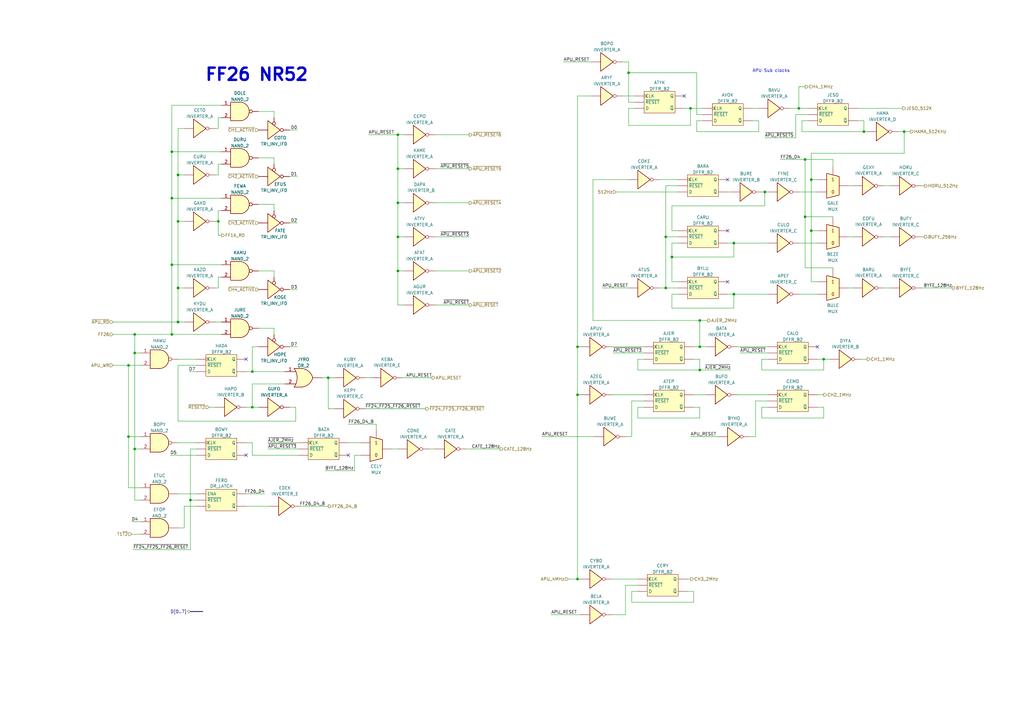
<source format=kicad_sch>
(kicad_sch (version 20230121) (generator eeschema)
  (paper "A3")
  (title_block (title "DMG-CPU B") (date "2023-06-18") (rev "0.6") (company "CC-BY-SA-4.0 Régis Galland & Michael Singer -- Derived work from Furrtek") (comment 1 "https://github.com/msinger/dmg-schematics"))
  (lib_symbols
    (symbol "DMG_CPU_Cells:AND_2" (pin_names hide)
      (property "Reference" "U" (at 0 5.08 0))
      (property "Value" "AND_2" (at 0 -5.08 0))
      (symbol "AND_2_1_1"
        (arc (start 0 -3.81) (mid 3.7825 0) (end 0 3.81) (stroke (width 0.254)) (fill (type background)))
        (polyline (pts (xy 0 3.81) (xy -3.81 3.81) (xy -3.81 -3.81) (xy 0 -3.81)) (stroke (width 0.254)) (fill (type background)))
        (pin input line (at -7.62 2.54 0) (length 3.81) (name "~") (number "1"))
        (pin input line (at -7.62 -2.54 0) (length 3.81) (name "~") (number "2"))
        (pin output line (at 7.62 0 180) (length 3.81) (name "~") (number "3"))
      )
    )
    (symbol "DMG_CPU_Cells:DFFR_B2" (pin_numbers hide)
      (property "Reference" "U" (at 0 5.715 0))
      (property "Value" "DFFR_B2" (at 0 -5.715 0))
      (symbol "DFFR_B2_0_1"
        (rectangle (start -6.35 4.445) (end 6.35 -4.445) (fill (type background)))
      )
      (symbol "DFFR_B2_1_1"
        (pin input clock (at -10.16 2.54 0) (length 3.81) (name "CLK") (number "1"))
        (pin input line (at -10.16 0 0) (length 3.81) (name "~{RESET}") (number "2"))
        (pin input line (at -10.16 -2.54 0) (length 3.81) (name "D") (number "3"))
        (pin input line (at -10.16 0 0) (length 3.81) hide (name "~{RESET}") (number "4"))
        (pin output line (at 10.16 -2.54 180) (length 3.81) (name "~{Q}") (number "5"))
        (pin output line (at 10.16 2.54 180) (length 3.81) (name "Q") (number "6"))
      )
    )
    (symbol "DMG_CPU_Cells:DR_LATCH" (pin_numbers hide)
      (property "Reference" "U" (at 0 5.715 0))
      (property "Value" "DR_LATCH" (at 0 -5.715 0))
      (symbol "DR_LATCH_0_1"
        (rectangle (start -6.35 4.445) (end 6.35 -4.445) (fill (type background)))
      )
      (symbol "DR_LATCH_1_1"
        (pin input line (at -10.16 2.54 0) (length 3.81) hide (name "~{ENA}") (number "1"))
        (pin input line (at -10.16 -2.54 0) (length 3.81) (name "D") (number "2"))
        (pin input line (at -10.16 2.54 0) (length 3.81) (name "ENA") (number "3"))
        (pin input line (at -10.16 0 0) (length 3.81) (name "~{RESET}") (number "4"))
        (pin output line (at 10.16 2.54 180) (length 3.81) (name "Q") (number "5"))
        (pin output line (at 10.16 -2.54 180) (length 3.81) (name "~{Q}") (number "6"))
      )
    )
    (symbol "DMG_CPU_Cells:INVERTER_A" (pin_numbers hide) (pin_names hide)
      (property "Reference" "U?" (at 0 5.08 0))
      (property "Value" "INVERTER_A" (at 0 -5.08 0))
      (symbol "INVERTER_A_1_0"
        (polyline (pts (xy -2.54 3.81) (xy -2.54 -3.81) (xy 2.54 0) (xy -2.54 3.81)) (stroke (width 0.254)) (fill (type background)))
        (pin input line (at -6.35 0 0) (length 3.81) (name "~") (number "1"))
        (pin output inverted (at 6.35 0 180) (length 3.81) (name "~") (number "2"))
      )
    )
    (symbol "DMG_CPU_Cells:INVERTER_B" (pin_numbers hide) (pin_names hide)
      (property "Reference" "U?" (at 0 5.08 0))
      (property "Value" "INVERTER_B" (at 0 -5.08 0))
      (symbol "INVERTER_B_1_0"
        (polyline (pts (xy -2.54 3.81) (xy -2.54 -3.81) (xy 2.54 0) (xy -2.54 3.81)) (stroke (width 0.254)) (fill (type background)))
        (pin input line (at -6.35 0 0) (length 3.81) (name "~") (number "1"))
        (pin output inverted (at 6.35 0 180) (length 3.81) (name "~") (number "2"))
      )
    )
    (symbol "DMG_CPU_Cells:INVERTER_C" (pin_numbers hide) (pin_names hide)
      (property "Reference" "U?" (at 0 5.08 0))
      (property "Value" "INVERTER_C" (at 0 -5.08 0))
      (symbol "INVERTER_C_1_0"
        (polyline (pts (xy -2.54 3.81) (xy -2.54 -3.81) (xy 2.54 0) (xy -2.54 3.81)) (stroke (width 0.254)) (fill (type background)))
        (pin input line (at -6.35 0 0) (length 3.81) (name "~") (number "1"))
        (pin output inverted (at 6.35 0 180) (length 3.81) (name "~") (number "2"))
      )
    )
    (symbol "DMG_CPU_Cells:INVERTER_D" (pin_numbers hide) (pin_names hide)
      (property "Reference" "U?" (at 0 5.08 0))
      (property "Value" "INVERTER_D" (at 0 -5.08 0))
      (symbol "INVERTER_D_1_0"
        (polyline (pts (xy -2.54 3.81) (xy -2.54 -3.81) (xy 2.54 0) (xy -2.54 3.81)) (stroke (width 0.254)) (fill (type background)))
        (pin input line (at -6.35 0 0) (length 3.81) (name "~") (number "1"))
        (pin output inverted (at 6.35 0 180) (length 3.81) (name "~") (number "2"))
      )
    )
    (symbol "DMG_CPU_Cells:INVERTER_E" (pin_numbers hide) (pin_names hide)
      (property "Reference" "U?" (at 0 5.08 0))
      (property "Value" "INVERTER_E" (at 0 -5.08 0))
      (symbol "INVERTER_E_1_0"
        (polyline (pts (xy -2.54 3.81) (xy -2.54 -3.81) (xy 2.54 0) (xy -2.54 3.81)) (stroke (width 0.254)) (fill (type background)))
        (pin input line (at -6.35 0 0) (length 3.81) (name "~") (number "1"))
        (pin output inverted (at 6.35 0 180) (length 3.81) (name "~") (number "2"))
      )
    )
    (symbol "DMG_CPU_Cells:MUX" (pin_numbers hide) (pin_names (offset 0))
      (property "Reference" "U" (at 0 -6.985 0))
      (property "Value" "MUX" (at 0 -9.525 0))
      (symbol "MUX_0_0"
        (text "0" (at 0 -2.54 0) (effects (font (size 1.27 1.27))))
        (text "1" (at 0 2.54 0) (effects (font (size 1.27 1.27))))
      )
      (symbol "MUX_0_1"
        (polyline (pts (xy -2.54 -5.08) (xy -2.54 5.08) (xy 2.54 3.81) (xy 2.54 -3.81) (xy -2.54 -5.08)) (stroke (width 0.254)) (fill (type background)))
      )
      (symbol "MUX_1_1"
        (pin input line (at 0 7.62 270) (length 3.17) (name "~") (number "1"))
        (pin input line (at -6.35 2.54 0) (length 3.81) (name "~") (number "2"))
        (pin input line (at -6.35 -2.54 0) (length 3.81) (name "~") (number "3"))
        (pin output line (at 6.35 0 180) (length 3.81) (name "~") (number "4"))
      )
    )
    (symbol "DMG_CPU_Cells:NAND_2" (pin_names hide)
      (property "Reference" "U" (at 0 5.08 0))
      (property "Value" "NAND_2" (at 0 -5.08 0))
      (symbol "NAND_2_1_1"
        (arc (start 0 -3.81) (mid 3.7825 0) (end 0 3.81) (stroke (width 0.254)) (fill (type background)))
        (polyline (pts (xy 0 3.81) (xy -3.81 3.81) (xy -3.81 -3.81) (xy 0 -3.81)) (stroke (width 0.254)) (fill (type background)))
        (pin input line (at -7.62 2.54 0) (length 3.81) (name "~") (number "1"))
        (pin input line (at -7.62 -2.54 0) (length 3.81) (name "~") (number "2"))
        (pin output inverted (at 7.62 0 180) (length 3.81) (name "~") (number "3"))
      )
    )
    (symbol "DMG_CPU_Cells:OR_2" (pin_names hide)
      (property "Reference" "U" (at 0 5.08 0))
      (property "Value" "OR_2" (at 0 -5.08 0))
      (symbol "OR_2_1_1"
        (arc (start -3.8102 -3.81) (mid -2.5892 0) (end -3.8102 3.81) (stroke (width 0.254)))
        (arc (start -0.6098 -3.81) (mid 2.1853 -2.584) (end 3.8098 0) (stroke (width 0.254)) (fill (type background)))
        (polyline (pts (xy -3.8102 -3.81) (xy -0.6352 -3.81)) (stroke (width 0.254)) (fill (type background)))
        (polyline (pts (xy -3.8102 3.81) (xy -0.6352 3.81)) (stroke (width 0.254)) (fill (type background)))
        (polyline (pts (xy -0.6352 3.81) (xy -3.8102 3.81) (xy -3.8102 3.81) (xy -3.5562 3.4036) (xy -3.0228 2.2606) (xy -2.6926 1.0414) (xy -2.6164 -0.254) (xy -2.7688 -1.4986) (xy -3.1752 -2.7178) (xy -3.8102 -3.81) (xy -3.8102 -3.81) (xy -0.6352 -3.81)) (stroke (width -25.4)) (fill (type background)))
        (arc (start 3.8098 0) (mid 2.1926 2.5925) (end -0.6098 3.81) (stroke (width 0.254)) (fill (type background)))
        (pin input line (at -7.62 2.54 0) (length 4.4) (name "~") (number "1"))
        (pin input line (at -7.62 -2.54 0) (length 4.4) (name "~") (number "2"))
        (pin output line (at 7.62 0 180) (length 3.81) (name "~") (number "3"))
      )
    )
    (symbol "DMG_CPU_Cells:TRI_INV_IF0" (pin_numbers hide) (pin_names hide)
      (property "Reference" "U?" (at 0 -5.08 0))
      (property "Value" "TRI_INV_IF0" (at 0 -7.62 0))
      (symbol "TRI_INV_IF0_1_0"
        (polyline (pts (xy -2.54 3.81) (xy -2.54 -3.81) (xy 2.54 0) (xy -2.54 3.81)) (stroke (width 0.254)) (fill (type background)))
        (pin input line (at -6.35 0 0) (length 3.81) (name "~") (number "2"))
        (pin tri_state inverted (at 6.35 0 180) (length 3.81) (name "~") (number "3"))
      )
      (symbol "TRI_INV_IF0_1_1"
        (pin input inverted (at 0 5.08 270) (length 3) (name "~{ENA}") (number "1"))
      )
    )
  )
  (junction (at 300.99 99.695))
  (junction (at 236.855 142.24))
  (junction (at 275.59 105.41))
  (junction (at 163.195 111.125))
  (junction (at 354.33 53.975))
  (junction (at 163.195 83.185))
  (junction (at 78.105 205.105))
  (junction (at 70.485 81.28))
  (junction (at 287.02 151.765))
  (junction (at 273.05 118.11))
  (junction (at 300.99 120.65))
  (junction (at 89.535 90.805))
  (junction (at 236.855 161.925))
  (junction (at 73.025 71.755))
  (junction (at 332.74 94.615))
  (junction (at 70.485 108.585))
  (junction (at 55.245 137.16))
  (junction (at 55.245 184.15))
  (junction (at 52.705 149.86))
  (junction (at 283.21 44.45))
  (junction (at 163.195 97.155))
  (junction (at 73.025 90.805))
  (junction (at 332.74 73.66))
  (junction (at 236.855 237.49))
  (junction (at 287.02 131.445))
  (junction (at 330.2 65.405))
  (junction (at 73.025 132.08))
  (junction (at 52.705 179.07))
  (junction (at 103.505 152.4))
  (junction (at 73.025 118.11))
  (junction (at 55.245 144.78))
  (junction (at 337.82 147.32))
  (junction (at 313.69 78.74))
  (junction (at 330.2 88.9))
  (junction (at 70.485 62.23))
  (junction (at 134.62 154.94))
  (junction (at 163.195 55.245))
  (junction (at 163.195 69.215))
  (junction (at 257.81 29.845))
  (junction (at 370.84 53.975))
  (junction (at 327.66 44.45))
  (junction (at 103.505 167.005))
  (junction (at 70.485 137.16))
  (junction (at 287.02 142.24))
  (junction (at 273.05 97.155))
  (no_connect (at 298.45 94.615))
  (no_connect (at 100.965 147.32))
  (no_connect (at 100.965 186.69))
  (no_connect (at 280.67 39.37))
  (no_connect (at 335.28 142.24))
  (no_connect (at 298.45 115.57))
  (no_connect (at 298.45 73.66))
  (no_connect (at 142.875 186.69))
  (wire (pts (xy 284.48 142.24) (xy 287.02 142.24)))
  (wire (pts (xy 377.825 76.2) (xy 379.095 76.2)))
  (wire (pts (xy 247.015 118.11) (xy 257.81 118.11)))
  (wire (pts (xy 89.535 48.26) (xy 90.805 48.26)))
  (wire (pts (xy 312.42 151.765) (xy 337.82 151.765)))
  (wire (pts (xy 309.88 164.465) (xy 314.96 164.465)))
  (wire (pts (xy 259.08 164.465) (xy 264.16 164.465)))
  (wire (pts (xy 337.82 147.32) (xy 335.28 147.32)))
  (wire (pts (xy 327.66 78.74) (xy 335.28 78.74)))
  (wire (pts (xy 362.585 118.11) (xy 365.125 118.11)))
  (wire (pts (xy 309.88 179.07) (xy 309.88 164.465)))
  (wire (pts (xy 54.61 225.425) (xy 78.105 225.425)))
  (wire (pts (xy 273.05 76.2) (xy 273.05 97.155)))
  (wire (pts (xy 78.105 184.15) (xy 80.645 184.15)))
  (wire (pts (xy 73.025 132.08) (xy 73.025 118.11)))
  (wire (pts (xy 52.705 149.86) (xy 52.705 179.07)))
  (wire (pts (xy 78.105 205.105) (xy 80.645 205.105)))
  (wire (pts (xy 278.13 115.57) (xy 275.59 115.57)))
  (wire (pts (xy 73.025 181.61) (xy 80.645 181.61)))
  (wire (pts (xy 89.535 52.705) (xy 89.535 48.26)))
  (wire (pts (xy 275.59 99.695) (xy 275.59 105.41)))
  (wire (pts (xy 118.745 167.005) (xy 121.285 167.005)))
  (wire (pts (xy 103.505 152.4) (xy 100.965 152.4)))
  (wire (pts (xy 192.405 125.095) (xy 178.435 125.095)))
  (wire (pts (xy 55.245 137.16) (xy 70.485 137.16)))
  (wire (pts (xy 332.74 94.615) (xy 335.28 94.615)))
  (wire (pts (xy 341.63 89.535) (xy 341.63 88.9)))
  (wire (pts (xy 259.08 242.57) (xy 259.08 247.015)))
  (wire (pts (xy 52.705 149.86) (xy 57.785 149.86)))
  (wire (pts (xy 354.33 53.975) (xy 328.93 53.975)))
  (wire (pts (xy 326.39 46.99) (xy 331.47 46.99)))
  (wire (pts (xy 88.265 132.08) (xy 90.805 132.08)))
  (wire (pts (xy 327.66 120.65) (xy 335.28 120.65)))
  (wire (pts (xy 226.06 252.095) (xy 238.125 252.095)))
  (wire (pts (xy 118.745 72.39) (xy 121.92 72.39)))
  (wire (pts (xy 112.395 48.26) (xy 112.395 45.72)))
  (wire (pts (xy 320.04 65.405) (xy 330.2 65.405)))
  (wire (pts (xy 243.205 73.66) (xy 257.81 73.66)))
  (wire (pts (xy 354.33 53.975) (xy 355.6 53.975)))
  (wire (pts (xy 252.73 78.74) (xy 278.13 78.74)))
  (wire (pts (xy 118.745 53.34) (xy 121.92 53.34)))
  (wire (pts (xy 163.195 97.155) (xy 163.195 83.185)))
  (wire (pts (xy 192.405 55.245) (xy 178.435 55.245)))
  (wire (pts (xy 80.645 207.645) (xy 75.565 207.645)))
  (wire (pts (xy 165.735 125.095) (xy 163.195 125.095)))
  (wire (pts (xy 70.485 43.18) (xy 90.805 43.18)))
  (wire (pts (xy 285.75 49.53) (xy 288.29 49.53)))
  (wire (pts (xy 314.96 147.32) (xy 312.42 147.32)))
  (wire (pts (xy 160.655 184.15) (xy 163.195 184.15)))
  (wire (pts (xy 73.025 216.535) (xy 75.565 216.535)))
  (wire (pts (xy 192.405 69.215) (xy 178.435 69.215)))
  (wire (pts (xy 73.025 71.755) (xy 75.565 71.755)))
  (wire (pts (xy 142.875 181.61) (xy 147.955 181.61)))
  (wire (pts (xy 353.06 147.32) (xy 355.6 147.32)))
  (wire (pts (xy 261.62 242.57) (xy 259.08 242.57)))
  (wire (pts (xy 311.15 49.53) (xy 311.15 53.975)))
  (wire (pts (xy 256.54 252.095) (xy 256.54 240.03)))
  (wire (pts (xy 73.025 118.11) (xy 75.565 118.11)))
  (wire (pts (xy 89.535 90.805) (xy 89.535 86.36)))
  (wire (pts (xy 300.99 99.695) (xy 314.96 99.695)))
  (wire (pts (xy 73.025 147.32) (xy 80.645 147.32)))
  (wire (pts (xy 109.855 184.15) (xy 122.555 184.15)))
  (wire (pts (xy 298.45 99.695) (xy 300.99 99.695)))
  (wire (pts (xy 238.125 237.49) (xy 236.855 237.49)))
  (wire (pts (xy 323.85 44.45) (xy 327.66 44.45)))
  (wire (pts (xy 251.46 144.78) (xy 264.16 144.78)))
  (wire (pts (xy 112.395 67.31) (xy 112.395 64.77)))
  (wire (pts (xy 327.66 44.45) (xy 331.47 44.45)))
  (wire (pts (xy 52.705 200.025) (xy 57.785 200.025)))
  (wire (pts (xy 257.81 44.45) (xy 260.35 44.45)))
  (wire (pts (xy 70.485 108.585) (xy 90.805 108.585)))
  (wire (pts (xy 250.825 237.49) (xy 261.62 237.49)))
  (wire (pts (xy 154.305 173.99) (xy 154.305 176.53)))
  (wire (pts (xy 46.355 137.16) (xy 55.245 137.16)))
  (wire (pts (xy 236.855 39.37) (xy 242.57 39.37)))
  (wire (pts (xy 300.99 120.65) (xy 300.99 126.365)))
  (wire (pts (xy 273.05 76.2) (xy 278.13 76.2)))
  (wire (pts (xy 192.405 83.185) (xy 178.435 83.185)))
  (wire (pts (xy 118.745 142.24) (xy 121.92 142.24)))
  (wire (pts (xy 46.355 132.08) (xy 73.025 132.08)))
  (wire (pts (xy 341.63 68.58) (xy 341.63 65.405)))
  (wire (pts (xy 121.285 172.72) (xy 73.025 172.72)))
  (wire (pts (xy 70.485 62.23) (xy 90.805 62.23)))
  (wire (pts (xy 163.195 69.215) (xy 163.195 55.245)))
  (wire (pts (xy 53.975 213.995) (xy 57.785 213.995)))
  (wire (pts (xy 112.395 113.665) (xy 112.395 111.125)))
  (wire (pts (xy 103.505 157.48) (xy 103.505 167.005)))
  (wire (pts (xy 347.98 97.155) (xy 349.885 97.155)))
  (bus (pts (xy 78.105 250.825) (xy 83.185 250.825)))
  (wire (pts (xy 73.025 52.705) (xy 75.565 52.705)))
  (wire (pts (xy 298.45 120.65) (xy 300.99 120.65)))
  (wire (pts (xy 351.79 44.45) (xy 370.205 44.45)))
  (wire (pts (xy 284.48 242.57) (xy 281.94 242.57)))
  (wire (pts (xy 270.51 118.11) (xy 273.05 118.11)))
  (wire (pts (xy 264.16 147.32) (xy 261.62 147.32)))
  (wire (pts (xy 300.99 105.41) (xy 275.59 105.41)))
  (wire (pts (xy 55.245 144.78) (xy 57.785 144.78)))
  (wire (pts (xy 70.485 62.23) (xy 70.485 81.28)))
  (wire (pts (xy 73.025 172.72) (xy 73.025 149.86)))
  (wire (pts (xy 275.59 120.65) (xy 278.13 120.65)))
  (wire (pts (xy 337.82 151.765) (xy 337.82 147.32)))
  (wire (pts (xy 303.53 144.78) (xy 314.96 144.78)))
  (wire (pts (xy 261.62 167.005) (xy 261.62 171.45)))
  (wire (pts (xy 287.02 147.32) (xy 284.48 147.32)))
  (wire (pts (xy 313.69 78.74) (xy 313.69 84.455)))
  (wire (pts (xy 123.19 207.645) (xy 134.62 207.645)))
  (wire (pts (xy 73.025 71.755) (xy 73.025 90.805)))
  (wire (pts (xy 103.505 142.24) (xy 103.505 152.4)))
  (wire (pts (xy 78.105 184.15) (xy 78.105 205.105)))
  (wire (pts (xy 287.02 131.445) (xy 243.205 131.445)))
  (wire (pts (xy 163.195 55.245) (xy 151.13 55.245)))
  (wire (pts (xy 302.26 161.925) (xy 314.96 161.925)))
  (wire (pts (xy 165.735 55.245) (xy 163.195 55.245)))
  (wire (pts (xy 337.82 171.45) (xy 337.82 167.005)))
  (wire (pts (xy 327.66 35.56) (xy 330.2 35.56)))
  (wire (pts (xy 192.405 97.155) (xy 178.435 97.155)))
  (wire (pts (xy 250.825 252.095) (xy 256.54 252.095)))
  (wire (pts (xy 52.705 179.07) (xy 57.785 179.07)))
  (wire (pts (xy 243.205 131.445) (xy 243.205 73.66)))
  (wire (pts (xy 302.26 142.24) (xy 314.96 142.24)))
  (wire (pts (xy 275.59 84.455) (xy 313.69 84.455)))
  (wire (pts (xy 275.59 99.695) (xy 278.13 99.695)))
  (wire (pts (xy 370.84 53.975) (xy 373.38 53.975)))
  (wire (pts (xy 312.42 78.74) (xy 313.69 78.74)))
  (wire (pts (xy 88.265 118.11) (xy 89.535 118.11)))
  (wire (pts (xy 257.81 41.91) (xy 260.35 41.91)))
  (wire (pts (xy 88.265 90.805) (xy 89.535 90.805)))
  (wire (pts (xy 287.02 142.24) (xy 287.02 131.445)))
  (wire (pts (xy 70.485 81.28) (xy 90.805 81.28)))
  (wire (pts (xy 165.735 69.215) (xy 163.195 69.215)))
  (wire (pts (xy 116.84 157.48) (xy 103.505 157.48)))
  (wire (pts (xy 341.63 110.49) (xy 341.63 109.855)))
  (wire (pts (xy 300.99 126.365) (xy 275.59 126.365)))
  (wire (pts (xy 88.265 71.755) (xy 89.535 71.755)))
  (wire (pts (xy 46.355 149.86) (xy 52.705 149.86)))
  (wire (pts (xy 259.08 247.015) (xy 284.48 247.015)))
  (wire (pts (xy 275.59 126.365) (xy 275.59 120.65)))
  (wire (pts (xy 103.505 181.61) (xy 103.505 186.69)))
  (wire (pts (xy 250.825 142.24) (xy 264.16 142.24)))
  (wire (pts (xy 332.74 73.66) (xy 335.28 73.66)))
  (wire (pts (xy 326.39 46.99) (xy 326.39 56.515)))
  (wire (pts (xy 261.62 147.32) (xy 261.62 151.765)))
  (wire (pts (xy 332.74 115.57) (xy 335.28 115.57)))
  (wire (pts (xy 78.105 205.105) (xy 78.105 225.425)))
  (wire (pts (xy 347.98 76.2) (xy 349.885 76.2)))
  (wire (pts (xy 73.025 149.86) (xy 80.645 149.86)))
  (wire (pts (xy 313.69 56.515) (xy 326.39 56.515)))
  (wire (pts (xy 287.02 151.765) (xy 287.02 147.32)))
  (wire (pts (xy 287.02 167.005) (xy 284.48 167.005)))
  (wire (pts (xy 80.645 186.69) (xy 69.85 186.69)))
  (wire (pts (xy 261.62 171.45) (xy 287.02 171.45)))
  (wire (pts (xy 287.02 151.765) (xy 299.72 151.765)))
  (wire (pts (xy 259.08 179.07) (xy 259.08 164.465)))
  (wire (pts (xy 312.42 171.45) (xy 337.82 171.45)))
  (wire (pts (xy 112.395 86.36) (xy 112.395 83.82)))
  (wire (pts (xy 100.965 181.61) (xy 103.505 181.61)))
  (wire (pts (xy 70.485 137.16) (xy 90.805 137.16)))
  (wire (pts (xy 118.745 118.745) (xy 121.92 118.745)))
  (wire (pts (xy 165.735 111.125) (xy 163.195 111.125)))
  (wire (pts (xy 100.965 207.645) (xy 110.49 207.645)))
  (wire (pts (xy 149.86 154.94) (xy 152.4 154.94)))
  (wire (pts (xy 327.66 35.56) (xy 327.66 44.45)))
  (wire (pts (xy 236.855 161.925) (xy 236.855 237.49)))
  (wire (pts (xy 89.535 118.11) (xy 89.535 113.665)))
  (wire (pts (xy 134.62 154.94) (xy 137.16 154.94)))
  (wire (pts (xy 145.415 186.69) (xy 147.955 186.69)))
  (wire (pts (xy 73.025 90.805) (xy 73.025 118.11)))
  (wire (pts (xy 337.82 167.005) (xy 335.28 167.005)))
  (wire (pts (xy 332.74 73.66) (xy 332.74 94.615)))
  (wire (pts (xy 55.245 144.78) (xy 55.245 184.15)))
  (wire (pts (xy 236.855 161.925) (xy 236.855 142.24)))
  (wire (pts (xy 368.3 53.975) (xy 370.84 53.975)))
  (wire (pts (xy 100.965 167.005) (xy 103.505 167.005)))
  (wire (pts (xy 89.535 96.52) (xy 90.805 96.52)))
  (wire (pts (xy 134.62 167.64) (xy 137.16 167.64)))
  (wire (pts (xy 89.535 67.31) (xy 90.805 67.31)))
  (wire (pts (xy 70.485 43.18) (xy 70.485 62.23)))
  (wire (pts (xy 347.98 118.11) (xy 349.885 118.11)))
  (wire (pts (xy 273.05 97.155) (xy 273.05 118.11)))
  (wire (pts (xy 109.855 181.61) (xy 122.555 181.61)))
  (wire (pts (xy 261.62 151.765) (xy 287.02 151.765)))
  (wire (pts (xy 88.265 52.705) (xy 89.535 52.705)))
  (wire (pts (xy 255.27 25.4) (xy 257.81 25.4)))
  (wire (pts (xy 175.895 184.15) (xy 178.435 184.15)))
  (wire (pts (xy 300.99 99.695) (xy 300.99 105.41)))
  (wire (pts (xy 75.565 216.535) (xy 75.565 207.645)))
  (wire (pts (xy 255.27 39.37) (xy 260.35 39.37)))
  (wire (pts (xy 335.28 161.925) (xy 337.82 161.925)))
  (wire (pts (xy 163.195 83.185) (xy 163.195 69.215)))
  (wire (pts (xy 73.025 90.805) (xy 75.565 90.805)))
  (wire (pts (xy 283.21 44.45) (xy 283.21 51.435)))
  (wire (pts (xy 285.75 46.99) (xy 285.75 29.845)))
  (wire (pts (xy 192.405 111.125) (xy 178.435 111.125)))
  (wire (pts (xy 311.15 53.975) (xy 285.75 53.975)))
  (wire (pts (xy 312.42 147.32) (xy 312.42 151.765)))
  (wire (pts (xy 231.14 25.4) (xy 242.57 25.4)))
  (wire (pts (xy 362.585 76.2) (xy 365.125 76.2)))
  (wire (pts (xy 103.505 152.4) (xy 116.84 152.4)))
  (wire (pts (xy 308.61 44.45) (xy 311.15 44.45)))
  (wire (pts (xy 106.045 45.72) (xy 112.395 45.72)))
  (wire (pts (xy 89.535 86.36) (xy 90.805 86.36)))
  (wire (pts (xy 275.59 84.455) (xy 275.59 94.615)))
  (wire (pts (xy 163.195 125.095) (xy 163.195 111.125)))
  (wire (pts (xy 257.81 51.435) (xy 257.81 44.45)))
  (wire (pts (xy 163.195 111.125) (xy 163.195 97.155)))
  (wire (pts (xy 73.025 132.08) (xy 75.565 132.08)))
  (wire (pts (xy 377.825 97.155) (xy 379.095 97.155)))
  (wire (pts (xy 238.125 161.925) (xy 236.855 161.925)))
  (wire (pts (xy 134.62 154.94) (xy 134.62 167.64)))
  (wire (pts (xy 284.48 161.925) (xy 289.56 161.925)))
  (wire (pts (xy 298.45 78.74) (xy 299.72 78.74)))
  (wire (pts (xy 250.825 161.925) (xy 264.16 161.925)))
  (wire (pts (xy 308.61 49.53) (xy 311.15 49.53)))
  (wire (pts (xy 362.585 97.155) (xy 365.125 97.155)))
  (wire (pts (xy 106.045 134.62) (xy 112.395 134.62)))
  (wire (pts (xy 236.855 142.24) (xy 236.855 39.37)))
  (wire (pts (xy 341.63 109.855) (xy 330.2 109.855)))
  (wire (pts (xy 377.825 118.11) (xy 390.525 118.11)))
  (wire (pts (xy 332.74 62.865) (xy 370.84 62.865)))
  (wire (pts (xy 106.045 142.24) (xy 103.505 142.24)))
  (wire (pts (xy 53.975 219.075) (xy 57.785 219.075)))
  (wire (pts (xy 70.485 81.28) (xy 70.485 108.585)))
  (wire (pts (xy 283.21 51.435) (xy 257.81 51.435)))
  (wire (pts (xy 284.48 247.015) (xy 284.48 242.57)))
  (wire (pts (xy 280.67 44.45) (xy 283.21 44.45)))
  (wire (pts (xy 270.51 73.66) (xy 278.13 73.66)))
  (wire (pts (xy 287.02 131.445) (xy 290.195 131.445)))
  (wire (pts (xy 103.505 186.69) (xy 122.555 186.69)))
  (wire (pts (xy 106.045 111.125) (xy 112.395 111.125)))
  (wire (pts (xy 341.63 88.9) (xy 330.2 88.9)))
  (wire (pts (xy 257.81 25.4) (xy 257.81 29.845)))
  (wire (pts (xy 328.93 53.975) (xy 328.93 49.53)))
  (wire (pts (xy 314.96 167.005) (xy 312.42 167.005)))
  (wire (pts (xy 132.08 154.94) (xy 134.62 154.94)))
  (wire (pts (xy 354.33 49.53) (xy 354.33 53.975)))
  (wire (pts (xy 55.245 184.15) (xy 55.245 205.105)))
  (wire (pts (xy 370.84 62.865) (xy 370.84 53.975)))
  (wire (pts (xy 351.79 49.53) (xy 354.33 49.53)))
  (wire (pts (xy 238.125 142.24) (xy 236.855 142.24)))
  (wire (pts (xy 103.505 167.005) (xy 106.045 167.005)))
  (wire (pts (xy 256.54 179.07) (xy 259.08 179.07)))
  (wire (pts (xy 55.245 184.15) (xy 57.785 184.15)))
  (wire (pts (xy 52.705 179.07) (xy 52.705 200.025)))
  (wire (pts (xy 222.25 179.07) (xy 243.84 179.07)))
  (wire (pts (xy 174.625 167.64) (xy 149.86 167.64)))
  (wire (pts (xy 327.66 99.695) (xy 335.28 99.695)))
  (wire (pts (xy 57.785 205.105) (xy 55.245 205.105)))
  (wire (pts (xy 337.82 147.32) (xy 340.36 147.32)))
  (wire (pts (xy 165.735 83.185) (xy 163.195 83.185)))
  (wire (pts (xy 112.395 137.16) (xy 112.395 134.62)))
  (wire (pts (xy 281.94 237.49) (xy 283.21 237.49)))
  (wire (pts (xy 133.35 193.04) (xy 145.415 193.04)))
  (wire (pts (xy 332.74 94.615) (xy 332.74 115.57)))
  (wire (pts (xy 89.535 90.805) (xy 89.535 96.52)))
  (wire (pts (xy 283.21 44.45) (xy 288.29 44.45)))
  (wire (pts (xy 233.045 237.49) (xy 236.855 237.49)))
  (wire (pts (xy 118.745 91.44) (xy 121.92 91.44)))
  (wire (pts (xy 285.75 53.975) (xy 285.75 49.53)))
  (wire (pts (xy 275.59 105.41) (xy 275.59 115.57)))
  (wire (pts (xy 100.965 202.565) (xy 108.585 202.565)))
  (wire (pts (xy 341.63 65.405) (xy 330.2 65.405)))
  (wire (pts (xy 165.1 154.94) (xy 177.165 154.94)))
  (wire (pts (xy 154.305 173.99) (xy 142.875 173.99)))
  (wire (pts (xy 312.42 167.005) (xy 312.42 171.45)))
  (wire (pts (xy 89.535 113.665) (xy 90.805 113.665)))
  (wire (pts (xy 313.69 78.74) (xy 314.96 78.74)))
  (wire (pts (xy 257.81 29.845) (xy 257.81 41.91)))
  (wire (pts (xy 80.645 152.4) (xy 77.47 152.4)))
  (wire (pts (xy 55.245 137.16) (xy 55.245 144.78)))
  (wire (pts (xy 330.2 65.405) (xy 330.2 88.9)))
  (wire (pts (xy 145.415 193.04) (xy 145.415 186.69)))
  (wire (pts (xy 330.2 88.9) (xy 330.2 109.855)))
  (wire (pts (xy 70.485 108.585) (xy 70.485 137.16)))
  (wire (pts (xy 307.34 179.07) (xy 309.88 179.07)))
  (wire (pts (xy 121.285 167.005) (xy 121.285 172.72)))
  (wire (pts (xy 205.105 184.15) (xy 191.135 184.15)))
  (wire (pts (xy 300.99 120.65) (xy 314.96 120.65)))
  (wire (pts (xy 278.13 94.615) (xy 275.59 94.615)))
  (wire (pts (xy 332.74 62.865) (xy 332.74 73.66)))
  (wire (pts (xy 256.54 240.03) (xy 261.62 240.03)))
  (wire (pts (xy 85.725 167.005) (xy 88.265 167.005)))
  (wire (pts (xy 283.21 179.07) (xy 294.64 179.07)))
  (wire (pts (xy 287.02 171.45) (xy 287.02 167.005)))
  (wire (pts (xy 264.16 167.005) (xy 261.62 167.005)))
  (wire (pts (xy 89.535 71.755) (xy 89.535 67.31)))
  (wire (pts (xy 273.05 97.155) (xy 278.13 97.155)))
  (wire (pts (xy 287.02 142.24) (xy 289.56 142.24)))
  (wire (pts (xy 106.045 83.82) (xy 112.395 83.82)))
  (wire (pts (xy 165.735 97.155) (xy 163.195 97.155)))
  (wire (pts (xy 73.025 202.565) (xy 80.645 202.565)))
  (wire (pts (xy 257.81 29.845) (xy 285.75 29.845)))
  (wire (pts (xy 106.045 64.77) (xy 112.395 64.77)))
  (wire (pts (xy 328.93 49.53) (xy 331.47 49.53)))
  (wire (pts (xy 273.05 118.11) (xy 278.13 118.11)))
  (wire (pts (xy 73.025 52.705) (xy 73.025 71.755)))
  (wire (pts (xy 288.29 46.99) (xy 285.75 46.99)))
  (text "APU Sub clocks" (at 308.61 29.845 0) (effects (font (size 1.27 1.27)) (justify left bottom)))
  (text "FF26 NR52\n" (at 83.82 33.655 0) (effects (font (size 5 5) (thickness 1) bold) (justify left bottom)))
  (label "~{APU_RESET5}" (at 313.69 56.515 0))
  (label "APU_RESET" (at 177.165 154.94 180))
  (label "D3" (at 121.92 118.745 180))
  (label "D4" (at 53.975 213.995 0))
  (label "BYFE_128Hz" (at 133.35 193.04 0))
  (label "~{FF24_FF25_FF26_RESET}" (at 149.86 167.64 0))
  (label "~{AJER_2MHz}" (at 109.855 181.61 0))
  (label "~{AJER_2MHz}" (at 299.72 151.765 180))
  (label "APU_RESET" (at 231.14 25.4 0))
  (label "APU_RESET" (at 222.25 179.07 0))
  (label "~{APU_RESET5}" (at 192.405 69.215 180))
  (label "~{APU_RESET}" (at 303.53 144.78 0))
  (label "D5" (at 69.85 186.69 0))
  (label "FF26_D4_B" (at 133.35 207.645 180))
  (label "D7" (at 121.92 142.24 180))
  (label "BYFE_128Hz" (at 390.525 118.11 180))
  (label "D1" (at 121.92 72.39 180))
  (label "~{APU_RESET3}" (at 109.855 184.15 0))
  (label "APU_RESET" (at 226.06 252.095 0))
  (label "~{APU_RESET3}" (at 192.405 97.155 180))
  (label "~{APU_RESET3}" (at 251.46 144.78 0))
  (label "APU_RESET" (at 247.015 118.11 0))
  (label "FF26_D4_B" (at 142.875 173.99 0))
  (label "CATE_128Hz" (at 205.105 184.15 180))
  (label "APU_RESET" (at 151.13 55.245 0))
  (label "FF26_D4" (at 320.04 65.405 0))
  (label "D2" (at 121.92 91.44 180))
  (label "APU_RESET" (at 283.21 179.07 0))
  (label "D7" (at 77.47 152.4 0))
  (label "D0" (at 121.92 53.34 180))
  (label "FF26_D4" (at 108.585 202.565 180))
  (label "~{FF24_FF25_FF26_RESET}" (at 54.61 225.425 0))
  (label "~{APU_RESET}" (at 192.405 125.095 180))
  (hierarchical_label "CH4_1MHz" (shape output) (at 330.2 35.56 0))
  (hierarchical_label "FF1A_RD" (shape output) (at 90.805 96.52 0))
  (hierarchical_label "D[0..7]" (shape bidirectional) (at 78.105 250.825 180))
  (hierarchical_label "FF26_D4_B" (shape output) (at 134.62 207.645 0))
  (hierarchical_label "AJER_2MHz" (shape output) (at 290.195 131.445 0))
  (hierarchical_label "APU_4MHz" (shape input) (at 233.045 237.49 180))
  (hierarchical_label "~{APU_RESET4}" (shape output) (at 192.405 83.185 0))
  (hierarchical_label "CH3_2MHz" (shape output) (at 283.21 237.49 0))
  (hierarchical_label "FF26" (shape input) (at 46.355 137.16 180))
  (hierarchical_label "512Hz" (shape input) (at 252.73 78.74 180))
  (hierarchical_label "~{CH1_ACTIVE}" (shape input) (at 106.045 53.34 180))
  (hierarchical_label "~{CH2_ACTIVE}" (shape input) (at 106.045 72.39 180))
  (hierarchical_label "CH2_1MHz" (shape output) (at 337.82 161.925 0))
  (hierarchical_label "~{RESET2}" (shape input) (at 85.725 167.005 180))
  (hierarchical_label "HAMA_512KHz" (shape output) (at 373.38 53.975 0))
  (hierarchical_label "~{APU_RD}" (shape input) (at 46.355 132.08 180))
  (hierarchical_label "BYFE_128Hz" (shape output) (at 390.525 118.11 0))
  (hierarchical_label "~{APU_RESET}" (shape output) (at 192.405 125.095 0))
  (hierarchical_label "APU_RESET" (shape output) (at 177.165 154.94 0))
  (hierarchical_label "~{FF24_FF25_FF26_RESET}" (shape output) (at 174.625 167.64 0))
  (hierarchical_label "APU_WR" (shape input) (at 46.355 149.86 180))
  (hierarchical_label "~{CH4_ACTIVE}" (shape input) (at 106.045 118.745 180))
  (hierarchical_label "~{APU_RESET2}" (shape output) (at 192.405 111.125 0))
  (hierarchical_label "~{APU_RESET6}" (shape output) (at 192.405 55.245 0))
  (hierarchical_label "~{CH3_ACTIVE}" (shape input) (at 106.045 91.44 180))
  (hierarchical_label "HORU_512Hz" (shape output) (at 379.095 76.2 0))
  (hierarchical_label "BUFY_256Hz" (shape output) (at 379.095 97.155 0))
  (hierarchical_label "~{APU_RESET5}" (shape output) (at 192.405 69.215 0))
  (hierarchical_label "T1~{T2}" (shape input) (at 53.975 219.075 180))
  (hierarchical_label "CATE_128Hz" (shape output) (at 205.105 184.15 0))
  (hierarchical_label "JESO_512K" (shape output) (at 370.205 44.45 0))
  (hierarchical_label "CH1_1MHz" (shape output) (at 355.6 147.32 0))
  (symbol (lib_id "DMG_CPU_Cells:AND_2") (at 65.405 202.565 0) (unit 1)
    (property "Reference" "ETUC" (at 65.405 195.0552 0))
    (property "Value" "AND_2" (at 65.405 197.5921 0))
    (property "Datasheet" "http://iceboy.a-singer.de/doc/dmg_cells.html#and2" (effects hide))
  )
  (symbol (lib_id "DMG_CPU_Cells:DFFR_B2") (at 325.12 144.78 0) (unit 1)
    (property "Reference" "CALO" (at 325.12 136.7622 0))
    (property "Value" "DFFR_B2" (at 325.12 139.2991 0))
    (property "Datasheet" "http://iceboy.a-singer.de/doc/dmg_cells.html#dffr_b2" (effects hide))
  )
  (symbol (lib_id "DMG_CPU_Cells:DFFR_B2") (at 288.29 97.155 0) (unit 1)
    (property "Reference" "CARU" (at 288.29 89.1372 0))
    (property "Value" "DFFR_B2" (at 288.29 91.6741 0))
    (property "Datasheet" "http://iceboy.a-singer.de/doc/dmg_cells.html#dffr_b2" (effects hide))
  )
  (symbol (lib_id "DMG_CPU_Cells:MUX") (at 154.305 184.15 0) (unit 1)
    (property "Reference" "CELY" (at 154.305 191.2604 0))
    (property "Value" "MUX" (at 154.305 193.7973 0))
    (property "Datasheet" "http://iceboy.a-singer.de/doc/dmg_cells.html#mux" (effects hide))
  )
  (symbol (lib_id "DMG_CPU_Cells:INVERTER_A") (at 244.475 252.095 0) (unit 1)
    (property "Reference" "BELA" (at 244.475 244.5852 0))
    (property "Value" "INVERTER_A" (at 244.475 247.1221 0))
    (property "Datasheet" "http://iceboy.a-singer.de/doc/dmg_cells.html#inv_a" (effects hide))
  )
  (symbol (lib_id "DMG_CPU_Cells:INVERTER_A") (at 172.085 125.095 0) (unit 1)
    (property "Reference" "AGUR" (at 172.085 117.5852 0))
    (property "Value" "INVERTER_A" (at 172.085 120.1221 0))
    (property "Datasheet" "http://iceboy.a-singer.de/doc/dmg_cells.html#inv_a" (effects hide))
  )
  (symbol (lib_id "DMG_CPU_Cells:TRI_INV_IF0") (at 112.395 72.39 0) (unit 1)
    (property "Reference" "EFUS" (at 114.935 75.565 0))
    (property "Value" "TRI_INV_IF0" (at 112.395 78.105 0))
    (property "Datasheet" "http://iceboy.a-singer.de/doc/dmg_cells.html#tri_inv_if0" (effects hide))
  )
  (symbol (lib_id "DMG_CPU_Cells:NAND_2") (at 98.425 134.62 0) (unit 1)
    (property "Reference" "JURE" (at 98.425 127.1102 0))
    (property "Value" "NAND_2" (at 98.425 129.6471 0))
    (property "Datasheet" "http://iceboy.a-singer.de/doc/dmg_cells.html#nand2" (effects hide))
  )
  (symbol (lib_id "DMG_CPU_Cells:INVERTER_D") (at 361.95 53.975 0) (unit 1)
    (property "Reference" "HAMA" (at 361.95 46.4652 0))
    (property "Value" "INVERTER_D" (at 361.95 49.0021 0))
    (property "Datasheet" "http://iceboy.a-singer.de/doc/dmg_cells.html#inv_d" (effects hide))
  )
  (symbol (lib_id "DMG_CPU_Cells:DFFR_B2") (at 341.63 46.99 0) (unit 1)
    (property "Reference" "JESO" (at 341.63 38.9722 0))
    (property "Value" "DFFR_B2" (at 341.63 41.5091 0))
    (property "Datasheet" "http://iceboy.a-singer.de/doc/dmg_cells.html#dffr_b2" (effects hide))
  )
  (symbol (lib_id "DMG_CPU_Cells:INVERTER_E") (at 158.75 154.94 0) (unit 1)
    (property "Reference" "KEBA" (at 158.75 147.4302 0))
    (property "Value" "INVERTER_E" (at 158.75 149.86 0))
    (property "Datasheet" "http://iceboy.a-singer.de/doc/dmg_cells.html#inv_e" (effects hide))
  )
  (symbol (lib_id "DMG_CPU_Cells:DFFR_B2") (at 90.805 149.86 0) (unit 1)
    (property "Reference" "HADA" (at 90.805 141.8422 0))
    (property "Value" "DFFR_B2" (at 90.805 144.3791 0))
    (property "Datasheet" "http://iceboy.a-singer.de/doc/dmg_cells.html#dffr_b2" (effects hide))
  )
  (symbol (lib_id "DMG_CPU_Cells:INVERTER_C") (at 143.51 167.64 0) (unit 1)
    (property "Reference" "KEPY" (at 143.51 160.1302 0))
    (property "Value" "INVERTER_C" (at 143.51 162.56 0))
    (property "Datasheet" "http://iceboy.a-singer.de/doc/dmg_cells.html#inv_c" (effects hide))
  )
  (symbol (lib_id "DMG_CPU_Cells:TRI_INV_IF0") (at 112.395 53.34 0) (unit 1)
    (property "Reference" "COTO" (at 114.935 56.515 0))
    (property "Value" "TRI_INV_IF0" (at 112.395 59.055 0))
    (property "Datasheet" "http://iceboy.a-singer.de/doc/dmg_cells.html#tri_inv_if0" (effects hide))
  )
  (symbol (lib_id "DMG_CPU_Cells:INVERTER_B") (at 346.71 147.32 0) (unit 1)
    (property "Reference" "DYFA" (at 346.71 139.8102 0))
    (property "Value" "INVERTER_B" (at 346.71 142.24 0))
    (property "Datasheet" "http://iceboy.a-singer.de/doc/dmg_cells.html#inv_b" (effects hide))
  )
  (symbol (lib_id "DMG_CPU_Cells:DFFR_B2") (at 288.29 76.2 0) (unit 1)
    (property "Reference" "BARA" (at 288.29 68.1822 0))
    (property "Value" "DFFR_B2" (at 288.29 70.7191 0))
    (property "Datasheet" "http://iceboy.a-singer.de/doc/dmg_cells.html#dffr_b2" (effects hide))
  )
  (symbol (lib_id "DMG_CPU_Cells:NAND_2") (at 98.425 111.125 0) (unit 1)
    (property "Reference" "KAMU" (at 98.425 103.6152 0))
    (property "Value" "NAND_2" (at 98.425 106.1521 0))
    (property "Datasheet" "http://iceboy.a-singer.de/doc/dmg_cells.html#nand2" (effects hide))
  )
  (symbol (lib_id "DMG_CPU_Cells:INVERTER_C") (at 371.475 118.11 0) (unit 1)
    (property "Reference" "BYFE" (at 371.475 110.6002 0))
    (property "Value" "INVERTER_C" (at 371.475 113.1371 0))
    (property "Datasheet" "http://iceboy.a-singer.de/doc/dmg_cells.html#inv_c" (effects hide))
  )
  (symbol (lib_id "DMG_CPU_Cells:INVERTER_A") (at 81.915 71.755 0) (unit 1)
    (property "Reference" "CURU" (at 81.915 64.2452 0))
    (property "Value" "INVERTER_A" (at 81.915 66.7821 0))
    (property "Datasheet" "http://iceboy.a-singer.de/doc/dmg_cells.html#inv_a" (effects hide))
  )
  (symbol (lib_id "DMG_CPU_Cells:DFFR_B2") (at 274.32 144.78 0) (unit 1)
    (property "Reference" "AJER" (at 274.32 136.7622 0))
    (property "Value" "DFFR_B2" (at 274.32 139.2991 0))
    (property "Datasheet" "http://iceboy.a-singer.de/doc/dmg_cells.html#dffr_b2" (effects hide))
  )
  (symbol (lib_id "DMG_CPU_Cells:INVERTER_A") (at 295.91 161.925 0) (unit 1)
    (property "Reference" "BUFO" (at 295.91 154.4152 0))
    (property "Value" "INVERTER_A" (at 295.91 156.9521 0))
    (property "Datasheet" "http://iceboy.a-singer.de/doc/dmg_cells.html#inv_a" (effects hide))
  )
  (symbol (lib_id "DMG_CPU_Cells:INVERTER_A") (at 244.475 161.925 0) (unit 1)
    (property "Reference" "AZEG" (at 244.475 154.4152 0))
    (property "Value" "INVERTER_A" (at 244.475 156.9521 0))
    (property "Datasheet" "http://iceboy.a-singer.de/doc/dmg_cells.html#inv_a" (effects hide))
  )
  (symbol (lib_id "DMG_CPU_Cells:TRI_INV_IF0") (at 112.395 142.24 0) (unit 1)
    (property "Reference" "HOPE" (at 114.935 145.415 0))
    (property "Value" "TRI_INV_IF0" (at 112.395 147.955 0))
    (property "Datasheet" "http://iceboy.a-singer.de/doc/dmg_cells.html#tri_inv_if0" (effects hide))
  )
  (symbol (lib_id "DMG_CPU_Cells:AND_2") (at 65.405 216.535 0) (unit 1)
    (property "Reference" "EFOP" (at 65.405 209.0252 0))
    (property "Value" "AND_2" (at 65.405 211.5621 0))
    (property "Datasheet" "http://iceboy.a-singer.de/doc/dmg_cells.html#and2" (effects hide))
  )
  (symbol (lib_id "DMG_CPU_Cells:INVERTER_A") (at 244.475 142.24 0) (unit 1)
    (property "Reference" "APUV" (at 244.475 134.7302 0))
    (property "Value" "INVERTER_A" (at 244.475 137.2671 0))
    (property "Datasheet" "http://iceboy.a-singer.de/doc/dmg_cells.html#inv_a" (effects hide))
  )
  (symbol (lib_id "DMG_CPU_Cells:TRI_INV_IF0") (at 112.395 118.745 0) (unit 1)
    (property "Reference" "KOGE" (at 114.935 121.92 0))
    (property "Value" "TRI_INV_IF0" (at 112.395 124.46 0))
    (property "Datasheet" "http://iceboy.a-singer.de/doc/dmg_cells.html#tri_inv_if0" (effects hide))
  )
  (symbol (lib_id "DMG_CPU_Cells:NAND_2") (at 65.405 181.61 0) (unit 1)
    (property "Reference" "BOPY" (at 65.405 174.1002 0))
    (property "Value" "NAND_2" (at 65.405 176.6371 0))
    (property "Datasheet" "http://iceboy.a-singer.de/doc/dmg_cells.html#nand2" (effects hide))
  )
  (symbol (lib_id "DMG_CPU_Cells:DFFR_B2") (at 325.12 164.465 0) (unit 1)
    (property "Reference" "CEMO" (at 325.12 156.4472 0))
    (property "Value" "DFFR_B2" (at 325.12 158.9841 0))
    (property "Datasheet" "http://iceboy.a-singer.de/doc/dmg_cells.html#dffr_b2" (effects hide))
  )
  (symbol (lib_id "DMG_CPU_Cells:INVERTER_A") (at 81.915 90.805 0) (unit 1)
    (property "Reference" "GAXO" (at 81.915 83.2952 0))
    (property "Value" "INVERTER_A" (at 81.915 85.8321 0))
    (property "Datasheet" "http://iceboy.a-singer.de/doc/dmg_cells.html#inv_a" (effects hide))
  )
  (symbol (lib_id "DMG_CPU_Cells:INVERTER_A") (at 112.395 167.005 0) (unit 1)
    (property "Reference" "GUFO" (at 112.395 159.4952 0))
    (property "Value" "INVERTER_A" (at 112.395 162.0321 0))
    (property "Datasheet" "http://iceboy.a-singer.de/doc/dmg_cells.html#inv_a" (effects hide))
  )
  (symbol (lib_id "DMG_CPU_Cells:INVERTER_A") (at 317.5 44.45 0) (unit 1)
    (property "Reference" "BAVU" (at 317.5 36.9402 0))
    (property "Value" "INVERTER_A" (at 317.5 39.4771 0))
    (property "Datasheet" "http://iceboy.a-singer.de/doc/dmg_cells.html#inv_a" (effects hide))
  )
  (symbol (lib_id "DMG_CPU_Cells:DFFR_B2") (at 274.32 164.465 0) (unit 1)
    (property "Reference" "ATEP" (at 274.32 156.4472 0))
    (property "Value" "DFFR_B2" (at 274.32 158.9841 0))
    (property "Datasheet" "http://iceboy.a-singer.de/doc/dmg_cells.html#dffr_b2" (effects hide))
  )
  (symbol (lib_id "DMG_CPU_Cells:INVERTER_A") (at 244.475 237.49 0) (unit 1)
    (property "Reference" "CYBO" (at 244.475 229.9802 0))
    (property "Value" "INVERTER_A" (at 244.475 232.5171 0))
    (property "Datasheet" "http://iceboy.a-singer.de/doc/dmg_cells.html#inv_a" (effects hide))
  )
  (symbol (lib_id "DMG_CPU_Cells:MUX") (at 341.63 97.155 0) (unit 1)
    (property "Reference" "BEZE" (at 341.63 104.2654 0))
    (property "Value" "MUX" (at 341.63 106.8023 0))
    (property "Datasheet" "http://iceboy.a-singer.de/doc/dmg_cells.html#mux" (effects hide))
  )
  (symbol (lib_id "DMG_CPU_Cells:INVERTER_A") (at 248.92 25.4 0) (unit 1)
    (property "Reference" "BOPO" (at 248.92 17.8902 0))
    (property "Value" "INVERTER_A" (at 248.92 20.4271 0))
    (property "Datasheet" "http://iceboy.a-singer.de/doc/dmg_cells.html#inv_a" (effects hide))
  )
  (symbol (lib_id "DMG_CPU_Cells:INVERTER_A") (at 264.16 118.11 0) (unit 1)
    (property "Reference" "ATUS" (at 264.16 110.6002 0))
    (property "Value" "INVERTER_A" (at 264.16 113.1371 0))
    (property "Datasheet" "http://iceboy.a-singer.de/doc/dmg_cells.html#inv_a" (effects hide))
  )
  (symbol (lib_id "DMG_CPU_Cells:INVERTER_C") (at 321.31 78.74 0) (unit 1)
    (property "Reference" "FYNE" (at 321.31 71.2302 0))
    (property "Value" "INVERTER_C" (at 321.31 73.7671 0))
    (property "Datasheet" "http://iceboy.a-singer.de/doc/dmg_cells.html#inv_c" (effects hide))
  )
  (symbol (lib_id "DMG_CPU_Cells:INVERTER_C") (at 371.475 97.155 0) (unit 1)
    (property "Reference" "BUFY" (at 371.475 89.6452 0))
    (property "Value" "INVERTER_C" (at 371.475 92.1821 0))
    (property "Datasheet" "http://iceboy.a-singer.de/doc/dmg_cells.html#inv_c" (effects hide))
  )
  (symbol (lib_id "DMG_CPU_Cells:INVERTER_A") (at 172.085 111.125 0) (unit 1)
    (property "Reference" "AFAT" (at 172.085 103.6152 0))
    (property "Value" "INVERTER_A" (at 172.085 106.1521 0))
    (property "Datasheet" "http://iceboy.a-singer.de/doc/dmg_cells.html#inv_a" (effects hide))
  )
  (symbol (lib_id "DMG_CPU_Cells:DFFR_B2") (at 132.715 184.15 0) (unit 1)
    (property "Reference" "BAZA" (at 132.715 176.1322 0))
    (property "Value" "DFFR_B2" (at 132.715 178.6691 0))
    (property "Datasheet" "http://iceboy.a-singer.de/doc/dmg_cells.html#dffr_b2" (effects hide))
  )
  (symbol (lib_id "DMG_CPU_Cells:INVERTER_A") (at 172.085 97.155 0) (unit 1)
    (property "Reference" "ATYV" (at 172.085 89.6452 0))
    (property "Value" "INVERTER_A" (at 172.085 92.1821 0))
    (property "Datasheet" "http://iceboy.a-singer.de/doc/dmg_cells.html#inv_a" (effects hide))
  )
  (symbol (lib_id "DMG_CPU_Cells:NAND_2") (at 65.405 147.32 0) (unit 1)
    (property "Reference" "HAWU" (at 65.405 139.7 0))
    (property "Value" "NAND_2" (at 65.405 142.3471 0))
    (property "Datasheet" "http://iceboy.a-singer.de/doc/dmg_cells.html#nand2" (effects hide))
  )
  (symbol (lib_id "DMG_CPU_Cells:NAND_2") (at 98.425 64.77 0) (unit 1)
    (property "Reference" "DURU" (at 98.425 57.2602 0))
    (property "Value" "NAND_2" (at 98.425 59.7971 0))
    (property "Datasheet" "http://iceboy.a-singer.de/doc/dmg_cells.html#nand2" (effects hide))
  )
  (symbol (lib_id "DMG_CPU_Cells:DFFR_B2") (at 271.78 240.03 0) (unit 1)
    (property "Reference" "CERY" (at 271.78 232.0122 0))
    (property "Value" "DFFR_B2" (at 271.78 234.5491 0))
    (property "Datasheet" "http://iceboy.a-singer.de/doc/dmg_cells.html#dffr_b2" (effects hide))
  )
  (symbol (lib_id "DMG_CPU_Cells:INVERTER_A") (at 356.235 118.11 0) (unit 1)
    (property "Reference" "BARU" (at 356.235 110.6002 0))
    (property "Value" "INVERTER_A" (at 356.235 113.03 0))
    (property "Datasheet" "http://iceboy.a-singer.de/doc/dmg_cells.html#inv_a" (effects hide))
  )
  (symbol (lib_id "DMG_CPU_Cells:DFFR_B2") (at 270.51 41.91 0) (unit 1)
    (property "Reference" "ATYK" (at 270.51 33.8922 0))
    (property "Value" "DFFR_B2" (at 270.51 36.4291 0))
    (property "Datasheet" "http://iceboy.a-singer.de/doc/dmg_cells.html#dffr_b2" (effects hide))
  )
  (symbol (lib_id "DMG_CPU_Cells:INVERTER_A") (at 81.915 52.705 0) (unit 1)
    (property "Reference" "CETO" (at 81.915 45.1952 0))
    (property "Value" "INVERTER_A" (at 81.915 47.7321 0))
    (property "Datasheet" "http://iceboy.a-singer.de/doc/dmg_cells.html#inv_a" (effects hide))
  )
  (symbol (lib_id "DMG_CPU_Cells:INVERTER_A") (at 143.51 154.94 0) (unit 1)
    (property "Reference" "KUBY" (at 143.51 147.4302 0))
    (property "Value" "INVERTER_A" (at 143.51 149.9671 0))
    (property "Datasheet" "http://iceboy.a-singer.de/doc/dmg_cells.html#inv_a" (effects hide))
  )
  (symbol (lib_id "DMG_CPU_Cells:INVERTER_C") (at 371.475 76.2 0) (unit 1)
    (property "Reference" "HORU" (at 371.475 68.6902 0))
    (property "Value" "INVERTER_C" (at 371.475 71.2271 0))
    (property "Datasheet" "http://iceboy.a-singer.de/doc/dmg_cells.html#inv_c" (effects hide))
  )
  (symbol (lib_id "DMG_CPU_Cells:OR_2") (at 124.46 154.94 0) (unit 1)
    (property "Reference" "JYRO" (at 124.4598 147.4302 0))
    (property "Value" "OR_2" (at 124.4598 149.9671 0))
    (property "Datasheet" "http://iceboy.a-singer.de/doc/dmg_cells.html#or2" (effects hide))
  )
  (symbol (lib_id "DMG_CPU_Cells:INVERTER_A") (at 248.92 39.37 0) (unit 1)
    (property "Reference" "ARYF" (at 248.92 31.8602 0))
    (property "Value" "INVERTER_A" (at 248.92 34.3971 0))
    (property "Datasheet" "http://iceboy.a-singer.de/doc/dmg_cells.html#inv_a" (effects hide))
  )
  (symbol (lib_id "DMG_CPU_Cells:INVERTER_A") (at 264.16 73.66 0) (unit 1)
    (property "Reference" "COKE" (at 264.16 66.1502 0))
    (property "Value" "INVERTER_A" (at 264.16 68.6871 0))
    (property "Datasheet" "http://iceboy.a-singer.de/doc/dmg_cells.html#inv_a" (effects hide))
  )
  (symbol (lib_id "DMG_CPU_Cells:MUX") (at 341.63 76.2 0) (unit 1)
    (property "Reference" "GALE" (at 341.63 83.3104 0))
    (property "Value" "MUX" (at 341.63 85.8473 0))
    (property "Datasheet" "http://iceboy.a-singer.de/doc/dmg_cells.html#mux" (effects hide))
  )
  (symbol (lib_id "DMG_CPU_Cells:DFFR_B2") (at 298.45 46.99 0) (unit 1)
    (property "Reference" "AVOK" (at 298.45 38.9722 0))
    (property "Value" "DFFR_B2" (at 298.45 41.5091 0))
    (property "Datasheet" "http://iceboy.a-singer.de/doc/dmg_cells.html#dffr_b2" (effects hide))
  )
  (symbol (lib_id "DMG_CPU_Cells:INVERTER_A") (at 169.545 184.15 0) (unit 1)
    (property "Reference" "CONE" (at 169.545 176.6402 0))
    (property "Value" "INVERTER_A" (at 169.545 179.1771 0))
    (property "Datasheet" "http://iceboy.a-singer.de/doc/dmg_cells.html#inv_a" (effects hide))
  )
  (symbol (lib_id "DMG_CPU_Cells:INVERTER_A") (at 172.085 55.245 0) (unit 1)
    (property "Reference" "CEPO" (at 172.085 47.7352 0))
    (property "Value" "INVERTER_A" (at 172.085 50.2721 0))
    (property "Datasheet" "http://iceboy.a-singer.de/doc/dmg_cells.html#inv_a" (effects hide))
  )
  (symbol (lib_id "DMG_CPU_Cells:NAND_2") (at 98.425 83.82 0) (unit 1)
    (property "Reference" "FEWA" (at 98.425 76.3102 0))
    (property "Value" "NAND_2" (at 98.425 78.8471 0))
    (property "Datasheet" "http://iceboy.a-singer.de/doc/dmg_cells.html#nand2" (effects hide))
  )
  (symbol (lib_id "DMG_CPU_Cells:INVERTER_A") (at 295.91 142.24 0) (unit 1)
    (property "Reference" "BATA" (at 295.91 134.7302 0))
    (property "Value" "INVERTER_A" (at 295.91 137.2671 0))
    (property "Datasheet" "http://iceboy.a-singer.de/doc/dmg_cells.html#inv_a" (effects hide))
  )
  (symbol (lib_id "DMG_CPU_Cells:DR_LATCH") (at 90.805 205.105 0) (unit 1)
    (property "Reference" "FERO" (at 90.805 197.0872 0))
    (property "Value" "DR_LATCH" (at 90.805 199.39 0))
    (property "Datasheet" "http://iceboy.a-singer.de/doc/dmg_cells.html#drlatch" (effects hide))
  )
  (symbol (lib_id "DMG_CPU_Cells:DFFR_B2") (at 288.29 118.11 0) (unit 1)
    (property "Reference" "BYLU" (at 288.29 110.0922 0))
    (property "Value" "DFFR_B2" (at 288.29 112.6291 0))
    (property "Datasheet" "http://iceboy.a-singer.de/doc/dmg_cells.html#dffr_b2" (effects hide))
  )
  (symbol (lib_id "DMG_CPU_Cells:INVERTER_B") (at 306.07 78.74 0) (unit 1)
    (property "Reference" "BURE" (at 306.07 71.2302 0))
    (property "Value" "INVERTER_B" (at 306.07 73.7671 0))
    (property "Datasheet" "http://iceboy.a-singer.de/doc/dmg_cells.html#inv_b" (effects hide))
  )
  (symbol (lib_id "DMG_CPU_Cells:NAND_2") (at 98.425 45.72 0) (unit 1)
    (property "Reference" "DOLE" (at 98.425 38.2102 0))
    (property "Value" "NAND_2" (at 98.425 40.7471 0))
    (property "Datasheet" "http://iceboy.a-singer.de/doc/dmg_cells.html#nand2" (effects hide))
  )
  (symbol (lib_id "DMG_CPU_Cells:MUX") (at 341.63 118.11 0) (unit 1)
    (property "Reference" "BULE" (at 341.63 125.2204 0))
    (property "Value" "MUX" (at 341.63 127.7573 0))
    (property "Datasheet" "http://iceboy.a-singer.de/doc/dmg_cells.html#mux" (effects hide))
  )
  (symbol (lib_id "DMG_CPU_Cells:INVERTER_A") (at 172.085 69.215 0) (unit 1)
    (property "Reference" "KAME" (at 172.085 61.7052 0))
    (property "Value" "INVERTER_A" (at 172.085 64.2421 0))
    (property "Datasheet" "http://iceboy.a-singer.de/doc/dmg_cells.html#inv_a" (effects hide))
  )
  (symbol (lib_id "DMG_CPU_Cells:INVERTER_A") (at 300.99 179.07 0) (unit 1)
    (property "Reference" "BYHO" (at 300.99 171.5602 0))
    (property "Value" "INVERTER_A" (at 300.99 174.0971 0))
    (property "Datasheet" "http://iceboy.a-singer.de/doc/dmg_cells.html#inv_a" (effects hide))
  )
  (symbol (lib_id "DMG_CPU_Cells:INVERTER_A") (at 81.915 132.08 0) (unit 1)
    (property "Reference" "KYDU" (at 81.915 124.5702 0))
    (property "Value" "INVERTER_A" (at 81.915 127.1071 0))
    (property "Datasheet" "http://iceboy.a-singer.de/doc/dmg_cells.html#inv_a" (effects hide))
  )
  (symbol (lib_id "DMG_CPU_Cells:INVERTER_B") (at 94.615 167.005 0) (unit 1)
    (property "Reference" "HAPO" (at 94.615 159.4952 0))
    (property "Value" "INVERTER_B" (at 94.615 161.925 0))
    (property "Datasheet" "http://iceboy.a-singer.de/doc/dmg_cells.html#inv_b" (effects hide))
  )
  (symbol (lib_id "DMG_CPU_Cells:INVERTER_A") (at 250.19 179.07 0) (unit 1)
    (property "Reference" "BUWE" (at 250.19 171.5602 0))
    (property "Value" "INVERTER_A" (at 250.19 174.0971 0))
    (property "Datasheet" "http://iceboy.a-singer.de/doc/dmg_cells.html#inv_a" (effects hide))
  )
  (symbol (lib_id "DMG_CPU_Cells:TRI_INV_IF0") (at 112.395 91.44 0) (unit 1)
    (property "Reference" "FATE" (at 114.935 94.615 0))
    (property "Value" "TRI_INV_IF0" (at 112.395 97.155 0))
    (property "Datasheet" "http://iceboy.a-singer.de/doc/dmg_cells.html#tri_inv_if0" (effects hide))
  )
  (symbol (lib_id "DMG_CPU_Cells:INVERTER_A") (at 356.235 97.155 0) (unit 1)
    (property "Reference" "COFU" (at 356.235 89.6452 0))
    (property "Value" "INVERTER_A" (at 356.235 92.075 0))
    (property "Datasheet" "http://iceboy.a-singer.de/doc/dmg_cells.html#inv_a" (effects hide))
  )
  (symbol (lib_id "DMG_CPU_Cells:INVERTER_E") (at 116.84 207.645 0) (unit 1)
    (property "Reference" "EDEK" (at 116.84 200.1352 0))
    (property "Value" "INVERTER_E" (at 116.84 202.565 0))
    (property "Datasheet" "http://iceboy.a-singer.de/doc/dmg_cells.html#inv_e" (effects hide))
  )
  (symbol (lib_id "DMG_CPU_Cells:DFFR_B2") (at 90.805 184.15 0) (unit 1)
    (property "Reference" "BOWY" (at 90.805 176.1322 0))
    (property "Value" "DFFR_B2" (at 90.805 178.6691 0))
    (property "Datasheet" "http://iceboy.a-singer.de/doc/dmg_cells.html#dffr_b2" (effects hide))
  )
  (symbol (lib_id "DMG_CPU_Cells:INVERTER_A") (at 356.235 76.2 0) (unit 1)
    (property "Reference" "GEXY" (at 356.235 68.6902 0))
    (property "Value" "INVERTER_A" (at 356.235 71.12 0))
    (property "Datasheet" "http://iceboy.a-singer.de/doc/dmg_cells.html#inv_a" (effects hide))
  )
  (symbol (lib_id "DMG_CPU_Cells:INVERTER_A") (at 81.915 118.11 0) (unit 1)
    (property "Reference" "KAZO" (at 81.915 110.6002 0))
    (property "Value" "INVERTER_A" (at 81.915 113.1371 0))
    (property "Datasheet" "http://iceboy.a-singer.de/doc/dmg_cells.html#inv_a" (effects hide))
  )
  (symbol (lib_id "DMG_CPU_Cells:INVERTER_C") (at 321.31 99.695 0) (unit 1)
    (property "Reference" "CULO" (at 321.31 92.1852 0))
    (property "Value" "INVERTER_C" (at 321.31 94.7221 0))
    (property "Datasheet" "http://iceboy.a-singer.de/doc/dmg_cells.html#inv_c" (effects hide))
  )
  (symbol (lib_id "DMG_CPU_Cells:INVERTER_B") (at 172.085 83.185 0) (unit 1)
    (property "Reference" "DAPA" (at 172.085 75.6752 0))
    (property "Value" "INVERTER_B" (at 172.72 78.105 0))
    (property "Datasheet" "http://iceboy.a-singer.de/doc/dmg_cells.html#inv_b" (effects hide))
  )
  (symbol (lib_id "DMG_CPU_Cells:INVERTER_C") (at 321.31 120.65 0) (unit 1)
    (property "Reference" "APEF" (at 321.31 113.1402 0))
    (property "Value" "INVERTER_C" (at 321.31 115.6771 0))
    (property "Datasheet" "http://iceboy.a-singer.de/doc/dmg_cells.html#inv_c" (effects hide))
  )
  (symbol (lib_id "DMG_CPU_Cells:INVERTER_A") (at 184.785 184.15 0) (unit 1)
    (property "Reference" "CATE" (at 184.785 176.6402 0))
    (property "Value" "INVERTER_A" (at 184.785 179.1771 0))
    (property "Datasheet" "http://iceboy.a-singer.de/doc/dmg_cells.html#inv_a" (effects hide))
  )
)
</source>
